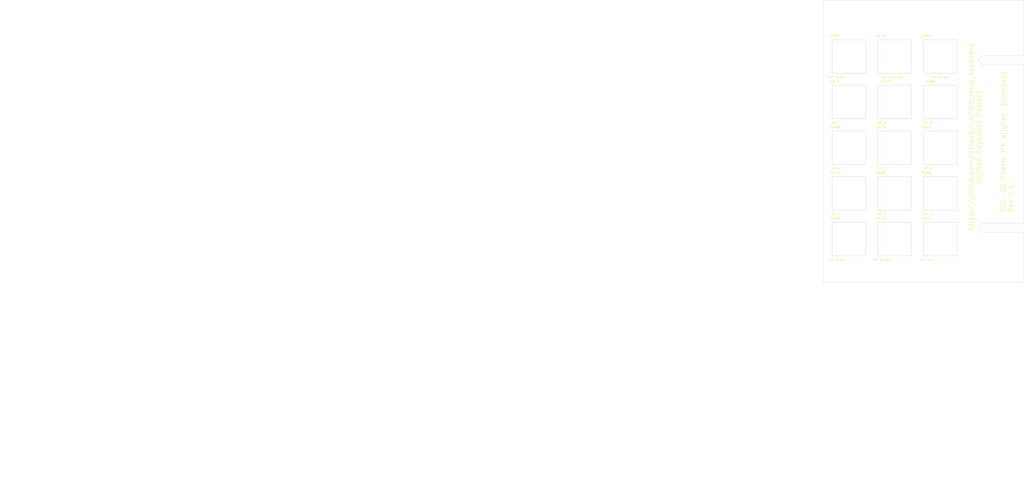
<source format=kicad_pcb>
(kicad_pcb (version 20171130) (host pcbnew "(5.1.5-0-10_14)")

  (general
    (thickness 1.6)
    (drawings 15)
    (tracks 0)
    (zones 0)
    (modules 19)
    (nets 1)
  )

  (page C)
  (title_block
    (title "Unified Retro Keyboard")
    (date 2019-08-25)
    (rev 1.1)
    (company OSIWeb.org)
    (comment 1 "Key aligner - Cherry (numpad)")
  )

  (layers
    (0 F.Cu signal)
    (31 B.Cu signal)
    (32 B.Adhes user)
    (33 F.Adhes user)
    (34 B.Paste user)
    (35 F.Paste user)
    (36 B.SilkS user)
    (37 F.SilkS user)
    (38 B.Mask user)
    (39 F.Mask user)
    (40 Dwgs.User user)
    (41 Cmts.User user)
    (42 Eco1.User user)
    (43 Eco2.User user)
    (44 Edge.Cuts user)
    (45 Margin user)
    (46 B.CrtYd user)
    (47 F.CrtYd user)
    (48 B.Fab user)
    (49 F.Fab user)
  )

  (setup
    (last_trace_width 0.254)
    (user_trace_width 0.254)
    (user_trace_width 0.508)
    (user_trace_width 1.27)
    (trace_clearance 0.2)
    (zone_clearance 0.508)
    (zone_45_only no)
    (trace_min 0.2)
    (via_size 0.8128)
    (via_drill 0.4064)
    (via_min_size 0.4)
    (via_min_drill 0.3)
    (user_via 1.27 0.7112)
    (uvia_size 0.3048)
    (uvia_drill 0.1016)
    (uvias_allowed no)
    (uvia_min_size 0.2)
    (uvia_min_drill 0.1)
    (edge_width 0.05)
    (segment_width 0.2)
    (pcb_text_width 0.3)
    (pcb_text_size 1.5 1.5)
    (mod_edge_width 0.12)
    (mod_text_size 1 1)
    (mod_text_width 0.15)
    (pad_size 3.81 3.81)
    (pad_drill 3.81)
    (pad_to_mask_clearance 0)
    (aux_axis_origin 61.4172 179.1081)
    (grid_origin 76.835 223.393)
    (visible_elements 7FFFEFFF)
    (pcbplotparams
      (layerselection 0x010fc_ffffffff)
      (usegerberextensions false)
      (usegerberattributes false)
      (usegerberadvancedattributes false)
      (creategerberjobfile false)
      (excludeedgelayer true)
      (linewidth 0.100000)
      (plotframeref false)
      (viasonmask false)
      (mode 1)
      (useauxorigin false)
      (hpglpennumber 1)
      (hpglpenspeed 20)
      (hpglpendiameter 15.000000)
      (psnegative false)
      (psa4output false)
      (plotreference true)
      (plotvalue true)
      (plotinvisibletext false)
      (padsonsilk false)
      (subtractmaskfromsilk false)
      (outputformat 1)
      (mirror false)
      (drillshape 0)
      (scaleselection 1)
      (outputdirectory "outputs"))
  )

  (net 0 "")

  (net_class Default "This is the default net class."
    (clearance 0.2)
    (trace_width 0.254)
    (via_dia 0.8128)
    (via_drill 0.4064)
    (uvia_dia 0.3048)
    (uvia_drill 0.1016)
    (diff_pair_width 0.2032)
    (diff_pair_gap 0.254)
  )

  (net_class power1 ""
    (clearance 0.254)
    (trace_width 1.27)
    (via_dia 1.27)
    (via_drill 0.7112)
    (uvia_dia 0.3048)
    (uvia_drill 0.1016)
    (diff_pair_width 0.2032)
    (diff_pair_gap 0.254)
  )

  (net_class signal ""
    (clearance 0.2032)
    (trace_width 0.254)
    (via_dia 0.8128)
    (via_drill 0.4064)
    (uvia_dia 0.3048)
    (uvia_drill 0.1016)
    (diff_pair_width 0.2032)
    (diff_pair_gap 0.254)
  )

  (module unikbd:Key_MX_Aligner locked (layer F.Cu) (tedit 5E75767C) (tstamp 5E12D55C)
    (at 451.47738 168.69156)
    (path /5E16AC8E/5E1BE10C)
    (fp_text reference SW76 (at -5.7912 -8.6106) (layer F.SilkS)
      (effects (font (size 1 1) (thickness 0.15)))
    )
    (fp_text value "NP 5" (at -5.334 8.6614) (layer F.SilkS)
      (effects (font (size 1 1) (thickness 0.15)))
    )
    (fp_line (start -6.985 -6.985) (end -6.985 6.985) (layer Edge.Cuts) (width 0.12))
    (fp_line (start 6.985 6.985) (end 6.985 -6.985) (layer Edge.Cuts) (width 0.12))
    (fp_line (start -6.985 -6.985) (end 6.985 -6.985) (layer Edge.Cuts) (width 0.12))
    (fp_line (start -6.985 6.985) (end 6.985 6.985) (layer Edge.Cuts) (width 0.12))
  )

  (module unikbd:Key_MX_Aligner locked (layer F.Cu) (tedit 5E75767C) (tstamp 5E12D4BC)
    (at 432.42738 168.69156)
    (path /5E16AC8E/5E1BE109)
    (fp_text reference SW68 (at -5.7912 -8.6106) (layer F.SilkS)
      (effects (font (size 1 1) (thickness 0.15)))
    )
    (fp_text value "NP 4" (at -5.334 8.6614) (layer F.SilkS)
      (effects (font (size 1 1) (thickness 0.15)))
    )
    (fp_line (start -6.985 -6.985) (end -6.985 6.985) (layer Edge.Cuts) (width 0.12))
    (fp_line (start 6.985 6.985) (end 6.985 -6.985) (layer Edge.Cuts) (width 0.12))
    (fp_line (start -6.985 -6.985) (end 6.985 -6.985) (layer Edge.Cuts) (width 0.12))
    (fp_line (start -6.985 6.985) (end 6.985 6.985) (layer Edge.Cuts) (width 0.12))
  )

  (module unikbd:Key_MX_Aligner locked (layer F.Cu) (tedit 5E75767C) (tstamp 5E12D5E8)
    (at 470.52738 168.69156)
    (path /5E16AC8E/5E1BE10D)
    (fp_text reference SW83 (at -5.7912 -8.6106) (layer F.SilkS)
      (effects (font (size 1 1) (thickness 0.15)))
    )
    (fp_text value "NP 6" (at -5.334 8.6614) (layer F.SilkS)
      (effects (font (size 1 1) (thickness 0.15)))
    )
    (fp_line (start -6.985 -6.985) (end -6.985 6.985) (layer Edge.Cuts) (width 0.12))
    (fp_line (start 6.985 6.985) (end 6.985 -6.985) (layer Edge.Cuts) (width 0.12))
    (fp_line (start -6.985 -6.985) (end 6.985 -6.985) (layer Edge.Cuts) (width 0.12))
    (fp_line (start -6.985 6.985) (end 6.985 6.985) (layer Edge.Cuts) (width 0.12))
  )

  (module unikbd:Key_MX_Aligner locked (layer F.Cu) (tedit 5E75767C) (tstamp 5E120789)
    (at 470.52738 149.64156)
    (path /5E16AC8E/5E1BE103)
    (fp_text reference SW85 (at -4.03098 -8.56996) (layer F.SilkS)
      (effects (font (size 1 1) (thickness 0.15)))
    )
    (fp_text value "NP 9" (at -5.334 8.6614) (layer F.SilkS)
      (effects (font (size 1 1) (thickness 0.15)))
    )
    (fp_line (start -6.985 -6.985) (end -6.985 6.985) (layer Edge.Cuts) (width 0.12))
    (fp_line (start 6.985 6.985) (end 6.985 -6.985) (layer Edge.Cuts) (width 0.12))
    (fp_line (start -6.985 -6.985) (end 6.985 -6.985) (layer Edge.Cuts) (width 0.12))
    (fp_line (start -6.985 6.985) (end 6.985 6.985) (layer Edge.Cuts) (width 0.12))
  )

  (module unikbd:Key_MX_Aligner locked (layer F.Cu) (tedit 5E75767C) (tstamp 5E12D624)
    (at 470.52738 187.74156)
    (path /5E16AC8E/5E1BE10E)
    (fp_text reference SW86 (at -5.7912 -8.6106) (layer F.SilkS)
      (effects (font (size 1 1) (thickness 0.15)))
    )
    (fp_text value "NP 3" (at -5.334 8.6614) (layer F.SilkS)
      (effects (font (size 1 1) (thickness 0.15)))
    )
    (fp_line (start -6.985 -6.985) (end -6.985 6.985) (layer Edge.Cuts) (width 0.12))
    (fp_line (start 6.985 6.985) (end 6.985 -6.985) (layer Edge.Cuts) (width 0.12))
    (fp_line (start -6.985 -6.985) (end 6.985 -6.985) (layer Edge.Cuts) (width 0.12))
    (fp_line (start -6.985 6.985) (end 6.985 6.985) (layer Edge.Cuts) (width 0.12))
  )

  (module unikbd:Key_MX_Aligner locked (layer F.Cu) (tedit 5E75767C) (tstamp 5E12D5D4)
    (at 470.52738 130.59156)
    (path /5E16AC8E/5E1BE102)
    (fp_text reference SW82 (at -5.7912 -8.6106) (layer F.SilkS)
      (effects (font (size 1 1) (thickness 0.15)))
    )
    (fp_text value "NP divide" (at -0.29718 8.72744) (layer F.SilkS)
      (effects (font (size 1 1) (thickness 0.15)))
    )
    (fp_line (start -6.985 -6.985) (end -6.985 6.985) (layer Edge.Cuts) (width 0.12))
    (fp_line (start 6.985 6.985) (end 6.985 -6.985) (layer Edge.Cuts) (width 0.12))
    (fp_line (start -6.985 -6.985) (end 6.985 -6.985) (layer Edge.Cuts) (width 0.12))
    (fp_line (start -6.985 6.985) (end 6.985 6.985) (layer Edge.Cuts) (width 0.12))
  )

  (module unikbd:Key_MX_Aligner locked (layer F.Cu) (tedit 5E75767C) (tstamp 5E12D5AC)
    (at 451.47738 187.74156)
    (path /5E16AC8E/5E1BE10B)
    (fp_text reference SW80 (at -5.7912 -8.6106) (layer F.SilkS)
      (effects (font (size 1 1) (thickness 0.15)))
    )
    (fp_text value "NP 2" (at -5.334 8.6614) (layer F.SilkS)
      (effects (font (size 1 1) (thickness 0.15)))
    )
    (fp_line (start -6.985 -6.985) (end -6.985 6.985) (layer Edge.Cuts) (width 0.12))
    (fp_line (start 6.985 6.985) (end 6.985 -6.985) (layer Edge.Cuts) (width 0.12))
    (fp_line (start -6.985 -6.985) (end 6.985 -6.985) (layer Edge.Cuts) (width 0.12))
    (fp_line (start -6.985 6.985) (end 6.985 6.985) (layer Edge.Cuts) (width 0.12))
  )

  (module unikbd:Key_MX_Aligner locked (layer F.Cu) (tedit 5E75767C) (tstamp 5E12D598)
    (at 451.47738 149.64156)
    (path /5E16AC8E/5E1BE100)
    (fp_text reference SW79 (at -3.75158 -8.56996) (layer F.SilkS)
      (effects (font (size 1 1) (thickness 0.15)))
    )
    (fp_text value "NP 8" (at -5.334 8.6614) (layer F.SilkS)
      (effects (font (size 1 1) (thickness 0.15)))
    )
    (fp_line (start -6.985 -6.985) (end -6.985 6.985) (layer Edge.Cuts) (width 0.12))
    (fp_line (start 6.985 6.985) (end 6.985 -6.985) (layer Edge.Cuts) (width 0.12))
    (fp_line (start -6.985 -6.985) (end 6.985 -6.985) (layer Edge.Cuts) (width 0.12))
    (fp_line (start -6.985 6.985) (end 6.985 6.985) (layer Edge.Cuts) (width 0.12))
  )

  (module unikbd:Key_MX_Aligner locked (layer F.Cu) (tedit 5E75767C) (tstamp 5E12D570)
    (at 470.52738 206.79156)
    (path /5E16AC8E/5E1BE116)
    (fp_text reference SW77 (at -5.7912 -8.6106) (layer F.SilkS)
      (effects (font (size 1 1) (thickness 0.15)))
    )
    (fp_text value "NP plus" (at -5.334 8.6614) (layer F.SilkS)
      (effects (font (size 1 1) (thickness 0.15)))
    )
    (fp_line (start -6.985 -6.985) (end -6.985 6.985) (layer Edge.Cuts) (width 0.12))
    (fp_line (start 6.985 6.985) (end 6.985 -6.985) (layer Edge.Cuts) (width 0.12))
    (fp_line (start -6.985 -6.985) (end 6.985 -6.985) (layer Edge.Cuts) (width 0.12))
    (fp_line (start -6.985 6.985) (end 6.985 6.985) (layer Edge.Cuts) (width 0.12))
  )

  (module unikbd:Key_MX_Aligner locked (layer F.Cu) (tedit 5E75767C) (tstamp 5E114E20)
    (at 451.47738 130.59156)
    (path /5E16AC8E/5E1BE101)
    (fp_text reference SW75 (at -5.7912 -8.6106) (layer F.SilkS)
      (effects (font (size 1 1) (thickness 0.15)))
    )
    (fp_text value "NP asterisk" (at -0.88138 8.72744) (layer F.SilkS)
      (effects (font (size 1 1) (thickness 0.15)))
    )
    (fp_line (start -6.985 -6.985) (end -6.985 6.985) (layer Edge.Cuts) (width 0.12))
    (fp_line (start 6.985 6.985) (end 6.985 -6.985) (layer Edge.Cuts) (width 0.12))
    (fp_line (start -6.985 -6.985) (end 6.985 -6.985) (layer Edge.Cuts) (width 0.12))
    (fp_line (start -6.985 6.985) (end 6.985 6.985) (layer Edge.Cuts) (width 0.12))
  )

  (module unikbd:Key_MX_Aligner locked (layer F.Cu) (tedit 5E75767C) (tstamp 5E12D520)
    (at 451.47738 206.79156)
    (path /5E16AC8E/5BC6D0AD)
    (fp_text reference SW73 (at -5.7912 -8.6106) (layer F.SilkS)
      (effects (font (size 1 1) (thickness 0.15)))
    )
    (fp_text value "NP period" (at -5.334 8.6614) (layer F.SilkS)
      (effects (font (size 1 1) (thickness 0.15)))
    )
    (fp_line (start -6.985 -6.985) (end -6.985 6.985) (layer Edge.Cuts) (width 0.12))
    (fp_line (start 6.985 6.985) (end 6.985 -6.985) (layer Edge.Cuts) (width 0.12))
    (fp_line (start -6.985 -6.985) (end 6.985 -6.985) (layer Edge.Cuts) (width 0.12))
    (fp_line (start -6.985 6.985) (end 6.985 6.985) (layer Edge.Cuts) (width 0.12))
  )

  (module unikbd:Key_MX_Aligner locked (layer F.Cu) (tedit 5E75767C) (tstamp 5E12D50C)
    (at 432.42738 187.74156)
    (path /5E16AC8E/5E1BE10A)
    (fp_text reference SW72 (at -5.7912 -8.6106) (layer F.SilkS)
      (effects (font (size 1 1) (thickness 0.15)))
    )
    (fp_text value "NP 1" (at -5.334 8.6614) (layer F.SilkS)
      (effects (font (size 1 1) (thickness 0.15)))
    )
    (fp_line (start -6.985 -6.985) (end -6.985 6.985) (layer Edge.Cuts) (width 0.12))
    (fp_line (start 6.985 6.985) (end 6.985 -6.985) (layer Edge.Cuts) (width 0.12))
    (fp_line (start -6.985 -6.985) (end 6.985 -6.985) (layer Edge.Cuts) (width 0.12))
    (fp_line (start -6.985 6.985) (end 6.985 6.985) (layer Edge.Cuts) (width 0.12))
  )

  (module unikbd:Key_MX_Aligner locked (layer F.Cu) (tedit 5E75767C) (tstamp 5E12D4F8)
    (at 432.42738 149.64156)
    (path /5E16AC8E/5E1BE0FF)
    (fp_text reference SW71 (at -5.7912 -8.6106) (layer F.SilkS)
      (effects (font (size 1 1) (thickness 0.15)))
    )
    (fp_text value "NP 7" (at -5.334 8.6614) (layer F.SilkS)
      (effects (font (size 1 1) (thickness 0.15)))
    )
    (fp_line (start -6.985 -6.985) (end -6.985 6.985) (layer Edge.Cuts) (width 0.12))
    (fp_line (start 6.985 6.985) (end 6.985 -6.985) (layer Edge.Cuts) (width 0.12))
    (fp_line (start -6.985 -6.985) (end 6.985 -6.985) (layer Edge.Cuts) (width 0.12))
    (fp_line (start -6.985 6.985) (end 6.985 6.985) (layer Edge.Cuts) (width 0.12))
  )

  (module unikbd:Key_MX_Aligner locked (layer F.Cu) (tedit 5E75767C) (tstamp 5E12D4D0)
    (at 432.42738 206.79156)
    (path /5E16AC8E/5E149AE2)
    (fp_text reference SW69 (at -5.7912 -8.6106) (layer F.SilkS)
      (effects (font (size 1 1) (thickness 0.15)))
    )
    (fp_text value "NP Zero" (at -5.334 8.6614) (layer F.SilkS)
      (effects (font (size 1 1) (thickness 0.15)))
    )
    (fp_line (start -6.985 -6.985) (end -6.985 6.985) (layer Edge.Cuts) (width 0.12))
    (fp_line (start 6.985 6.985) (end 6.985 -6.985) (layer Edge.Cuts) (width 0.12))
    (fp_line (start -6.985 -6.985) (end 6.985 -6.985) (layer Edge.Cuts) (width 0.12))
    (fp_line (start -6.985 6.985) (end 6.985 6.985) (layer Edge.Cuts) (width 0.12))
  )

  (module unikbd:Key_MX_Aligner locked (layer F.Cu) (tedit 5E75767C) (tstamp 5E12D4A8)
    (at 432.42738 130.59156)
    (path /5E16AC8E/5E13E76B)
    (fp_text reference SW67 (at -5.7912 -8.6106) (layer F.SilkS)
      (effects (font (size 1 1) (thickness 0.15)))
    )
    (fp_text value "NP Dash" (at -5.334 8.6614) (layer F.SilkS)
      (effects (font (size 1 1) (thickness 0.15)))
    )
    (fp_line (start -6.985 -6.985) (end -6.985 6.985) (layer Edge.Cuts) (width 0.12))
    (fp_line (start 6.985 6.985) (end 6.985 -6.985) (layer Edge.Cuts) (width 0.12))
    (fp_line (start -6.985 -6.985) (end 6.985 -6.985) (layer Edge.Cuts) (width 0.12))
    (fp_line (start -6.985 6.985) (end 6.985 6.985) (layer Edge.Cuts) (width 0.12))
  )

  (module MountingHole:MountingHole_3.2mm_M3 locked (layer F.Cu) (tedit 56D1B4CB) (tstamp 5E75490D)
    (at 432.42738 219.49156)
    (descr "Mounting Hole 3.2mm, no annular, M3")
    (tags "mounting hole 3.2mm no annular m3")
    (attr virtual)
    (fp_text reference REF** (at 0 -4.2) (layer F.SilkS) hide
      (effects (font (size 1 1) (thickness 0.15)))
    )
    (fp_text value MountingHole_3.2mm_M3 (at 0 4.2) (layer F.Fab)
      (effects (font (size 1 1) (thickness 0.15)))
    )
    (fp_text user %R (at 0.3 0) (layer F.Fab)
      (effects (font (size 1 1) (thickness 0.15)))
    )
    (fp_circle (center 0 0) (end 3.2 0) (layer Cmts.User) (width 0.15))
    (fp_circle (center 0 0) (end 3.45 0) (layer F.CrtYd) (width 0.05))
    (pad 1 np_thru_hole circle (at 0 0) (size 3.2 3.2) (drill 3.2) (layers *.Cu *.Mask))
  )

  (module MountingHole:MountingHole_3.2mm_M3 locked (layer F.Cu) (tedit 56D1B4CB) (tstamp 5E75490D)
    (at 470.52738 219.49156)
    (descr "Mounting Hole 3.2mm, no annular, M3")
    (tags "mounting hole 3.2mm no annular m3")
    (attr virtual)
    (fp_text reference REF** (at 0 -4.2) (layer F.SilkS) hide
      (effects (font (size 1 1) (thickness 0.15)))
    )
    (fp_text value MountingHole_3.2mm_M3 (at 0 4.2) (layer F.Fab)
      (effects (font (size 1 1) (thickness 0.15)))
    )
    (fp_text user %R (at 0.3 0) (layer F.Fab)
      (effects (font (size 1 1) (thickness 0.15)))
    )
    (fp_circle (center 0 0) (end 3.2 0) (layer Cmts.User) (width 0.15))
    (fp_circle (center 0 0) (end 3.45 0) (layer F.CrtYd) (width 0.05))
    (pad 1 np_thru_hole circle (at 0 0) (size 3.2 3.2) (drill 3.2) (layers *.Cu *.Mask))
  )

  (module MountingHole:MountingHole_3.2mm_M3 locked (layer F.Cu) (tedit 56D1B4CB) (tstamp 5E75490D)
    (at 470.52738 114.08156)
    (descr "Mounting Hole 3.2mm, no annular, M3")
    (tags "mounting hole 3.2mm no annular m3")
    (attr virtual)
    (fp_text reference REF** (at 0 -4.2) (layer F.SilkS) hide
      (effects (font (size 1 1) (thickness 0.15)))
    )
    (fp_text value MountingHole_3.2mm_M3 (at 0 4.2) (layer F.Fab)
      (effects (font (size 1 1) (thickness 0.15)))
    )
    (fp_text user %R (at 0.3 0) (layer F.Fab)
      (effects (font (size 1 1) (thickness 0.15)))
    )
    (fp_circle (center 0 0) (end 3.2 0) (layer Cmts.User) (width 0.15))
    (fp_circle (center 0 0) (end 3.45 0) (layer F.CrtYd) (width 0.05))
    (pad 1 np_thru_hole circle (at 0 0) (size 3.2 3.2) (drill 3.2) (layers *.Cu *.Mask))
  )

  (module MountingHole:MountingHole_3.2mm_M3 locked (layer F.Cu) (tedit 56D1B4CB) (tstamp 5E75490D)
    (at 432.42738 114.08156)
    (descr "Mounting Hole 3.2mm, no annular, M3")
    (tags "mounting hole 3.2mm no annular m3")
    (attr virtual)
    (fp_text reference REF** (at 0 -4.2) (layer F.SilkS) hide
      (effects (font (size 1 1) (thickness 0.15)))
    )
    (fp_text value MountingHole_3.2mm_M3 (at 0 4.2) (layer F.Fab)
      (effects (font (size 1 1) (thickness 0.15)))
    )
    (fp_text user %R (at 0.3 0) (layer F.Fab)
      (effects (font (size 1 1) (thickness 0.15)))
    )
    (fp_circle (center 0 0) (end 3.2 0) (layer Cmts.User) (width 0.15))
    (fp_circle (center 0 0) (end 3.45 0) (layer F.CrtYd) (width 0.05))
    (pad 1 np_thru_hole circle (at 0 0) (size 3.2 3.2) (drill 3.2) (layers *.Cu *.Mask))
  )

  (gr_line (start 505.44984 200.12914) (end 505.44984 134.08914) (layer Edge.Cuts) (width 0.1016) (tstamp 5E8D7DB8))
  (gr_line (start 421.767 224.79) (end 421.767 107.0864) (layer Edge.Cuts) (width 0.1016) (tstamp 5E8D7DA3))
  (gr_text "SOL-20 Cherry MX aligner  (numpad)\nRev 1.1\n" (at 498.4496 195.834 90) (layer F.SilkS)
    (effects (font (size 2.032 2.032) (thickness 0.2032)) (justify left))
  )
  (gr_text "https://github.com/osiweb/unified_retro_keyboard\nUnified Keyboard Project" (at 485.013 164.211 90) (layer F.SilkS)
    (effects (font (size 2.032 2.032) (thickness 0.2032)))
  )
  (gr_text "Key spacing guide:\nVertical: 0.75 inch.\n\nKey1, Key2  ->  Centers (inches)\n\n1.00,  1.00  ->  0.75\n1.00,  1.25  ->  0.84375\n1.00,  1.50  ->  0.9375\n1.00,  1.75  ->  1.03125\n1.00,  2.00  ->  1.125\n1.25,  1.25  ->  0.9375\n1.25,  1.50  ->  1.03125\n1.25,  2.00  ->  1.21875\n1.50,  1.50  ->  1.125\n1.50,  2.00  ->  1.3125\n1.75,  2.00. ->. 1.40625\n8.00,  1.00  ->  3.375\n8.00,  1.25  ->  3.46875\n8.00,  1.50  ->  3.5625" (at 78.1304 274.8788) (layer F.Mask) (tstamp 5E6EC889)
    (effects (font (size 2.032 2.032) (thickness 0.3048)) (justify left))
  )
  (gr_line (start 505.45238 107.0864) (end 505.45238 130.27914) (layer Edge.Cuts) (width 0.1016) (tstamp 5E1A7AFB))
  (gr_line (start 505.45238 224.79) (end 505.45238 203.93914) (layer Edge.Cuts) (width 0.1016) (tstamp 5E1A7AF2))
  (gr_line (start 488.78109 203.93914) (end 505.44984 203.93914) (layer Edge.Cuts) (width 0.1016) (tstamp 5E1A7AB0))
  (gr_line (start 488.78109 134.08914) (end 505.44984 134.08914) (layer Edge.Cuts) (width 0.1016) (tstamp 5E1A7AD5))
  (gr_line (start 488.78109 130.27914) (end 505.44984 130.27914) (layer Edge.Cuts) (width 0.1016) (tstamp 5E1A7AD8))
  (gr_arc (start 488.78109 132.18414) (end 488.78109 130.27914) (angle -180) (layer Edge.Cuts) (width 0.1016) (tstamp 5E1A7ADB))
  (gr_line (start 488.78109 200.12914) (end 505.44984 200.12914) (layer Edge.Cuts) (width 0.1016) (tstamp 5E1A7AAC))
  (gr_arc (start 488.78109 202.03414) (end 488.78109 200.12914) (angle -180) (layer Edge.Cuts) (width 0.1016) (tstamp 5E1A7AAB))
  (gr_line (start 421.767 224.79) (end 505.45238 224.79) (layer Edge.Cuts) (width 0.1) (tstamp 5E3178AB))
  (gr_line (start 505.45238 107.0864) (end 421.767 107.0864) (layer Edge.Cuts) (width 0.1016) (tstamp 5D91148D))

)

</source>
